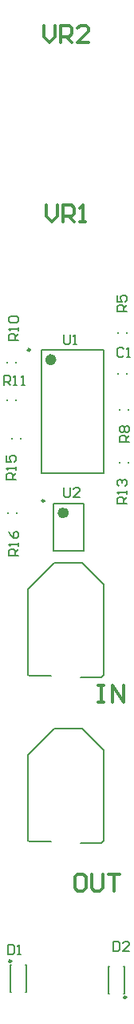
<source format=gto>
G04 Layer_Color=65535*
%FSLAX25Y25*%
%MOIN*%
G70*
G01*
G75*
%ADD17C,0.00800*%
%ADD29C,0.00984*%
%ADD30C,0.02362*%
%ADD31C,0.00787*%
%ADD32C,0.01300*%
D17*
X33000Y155000D02*
X41500D01*
X42500Y156000D01*
Y193500D01*
X33500Y202500D02*
X42500Y193500D01*
X22000Y202500D02*
X33500D01*
X11000Y191500D02*
X22000Y202500D01*
X11000Y156000D02*
Y191500D01*
Y156000D02*
X11500Y155500D01*
X20500D01*
X33000Y86000D02*
X41500D01*
X42500Y87000D01*
Y124500D01*
X33500Y133500D02*
X42500Y124500D01*
X22000Y133500D02*
X33500D01*
X11000Y122500D02*
X22000Y133500D01*
X11000Y87000D02*
Y122500D01*
Y87000D02*
X11500Y86500D01*
X20500D01*
X26000Y297499D02*
Y294166D01*
X26666Y293500D01*
X27999D01*
X28666Y294166D01*
Y297499D01*
X29999Y293500D02*
X31332D01*
X30665D01*
Y297499D01*
X29999Y296832D01*
X2500Y43499D02*
Y39500D01*
X4499D01*
X5166Y40166D01*
Y42832D01*
X4499Y43499D01*
X2500D01*
X6499Y39500D02*
X7832D01*
X7165D01*
Y43499D01*
X6499Y42832D01*
X26000Y233999D02*
Y230666D01*
X26666Y230000D01*
X27999D01*
X28666Y230666D01*
Y233999D01*
X32664Y230000D02*
X29999D01*
X32664Y232666D01*
Y233332D01*
X31998Y233999D01*
X30665D01*
X29999Y233332D01*
X6890Y205709D02*
X2891D01*
Y207708D01*
X3557Y208375D01*
X4890D01*
X5557Y207708D01*
Y205709D01*
Y207042D02*
X6890Y208375D01*
Y209707D02*
Y211040D01*
Y210374D01*
X2891D01*
X3557Y209707D01*
X2891Y215705D02*
X3557Y214372D01*
X4890Y213040D01*
X6223D01*
X6890Y213706D01*
Y215039D01*
X6223Y215705D01*
X5557D01*
X4890Y215039D01*
Y213040D01*
X5906Y237205D02*
X1907D01*
Y239204D01*
X2573Y239871D01*
X3906D01*
X4573Y239204D01*
Y237205D01*
Y238538D02*
X5906Y239871D01*
Y241203D02*
Y242536D01*
Y241870D01*
X1907D01*
X2573Y241203D01*
X1907Y247201D02*
Y244536D01*
X3906D01*
X3240Y245869D01*
Y246535D01*
X3906Y247201D01*
X5239D01*
X5906Y246535D01*
Y245202D01*
X5239Y244536D01*
X52165Y227362D02*
X48167D01*
Y229362D01*
X48833Y230028D01*
X50166D01*
X50832Y229362D01*
Y227362D01*
Y228695D02*
X52165Y230028D01*
Y231361D02*
Y232694D01*
Y232027D01*
X48167D01*
X48833Y231361D01*
Y234693D02*
X48167Y235360D01*
Y236693D01*
X48833Y237359D01*
X49499D01*
X50166Y236693D01*
Y236026D01*
Y236693D01*
X50832Y237359D01*
X51499D01*
X52165Y236693D01*
Y235360D01*
X51499Y234693D01*
X984Y276575D02*
Y280574D01*
X2984D01*
X3650Y279907D01*
Y278574D01*
X2984Y277908D01*
X984D01*
X2317D02*
X3650Y276575D01*
X4983D02*
X6316D01*
X5649D01*
Y280574D01*
X4983Y279907D01*
X8315Y276575D02*
X9648D01*
X8982D01*
Y280574D01*
X8315Y279907D01*
X6890Y295276D02*
X2891D01*
Y297275D01*
X3557Y297941D01*
X4890D01*
X5557Y297275D01*
Y295276D01*
Y296608D02*
X6890Y297941D01*
Y299274D02*
Y300607D01*
Y299941D01*
X2891D01*
X3557Y299274D01*
Y302607D02*
X2891Y303273D01*
Y304606D01*
X3557Y305272D01*
X6223D01*
X6890Y304606D01*
Y303273D01*
X6223Y302607D01*
X3557D01*
X53150Y252953D02*
X49151D01*
Y254952D01*
X49817Y255619D01*
X51150D01*
X51817Y254952D01*
Y252953D01*
Y254286D02*
X53150Y255619D01*
X49817Y256951D02*
X49151Y257618D01*
Y258951D01*
X49817Y259617D01*
X50484D01*
X51150Y258951D01*
X51817Y259617D01*
X52483D01*
X53150Y258951D01*
Y257618D01*
X52483Y256951D01*
X51817D01*
X51150Y257618D01*
X50484Y256951D01*
X49817D01*
X51150Y257618D02*
Y258951D01*
X52165Y307087D02*
X48167D01*
Y309086D01*
X48833Y309752D01*
X50166D01*
X50832Y309086D01*
Y307087D01*
Y308419D02*
X52165Y309752D01*
X48167Y313751D02*
Y311085D01*
X50166D01*
X49499Y312418D01*
Y313085D01*
X50166Y313751D01*
X51499D01*
X52165Y313085D01*
Y311752D01*
X51499Y311085D01*
X46500Y44999D02*
Y41000D01*
X48499D01*
X49166Y41666D01*
Y44332D01*
X48499Y44999D01*
X46500D01*
X53164Y41000D02*
X50499D01*
X53164Y43666D01*
Y44332D01*
X52498Y44999D01*
X51165D01*
X50499Y44332D01*
X50894Y291718D02*
X50228Y292385D01*
X48895D01*
X48228Y291718D01*
Y289052D01*
X48895Y288386D01*
X50228D01*
X50894Y289052D01*
X52227Y288386D02*
X53560D01*
X52894D01*
Y292385D01*
X52227Y291718D01*
D29*
X11784Y291248D02*
G03*
X11784Y291248I-492J0D01*
G01*
X3949Y36783D02*
G03*
X3949Y36783I-492J0D01*
G01*
X17764Y228346D02*
G03*
X17764Y228346I-492J0D01*
G01*
X52035Y21716D02*
G03*
X52035Y21716I-492J0D01*
G01*
D30*
X21626Y287154D02*
G03*
X21626Y287154I-1181J0D01*
G01*
X26819Y223406D02*
G03*
X26819Y223406I-1181J0D01*
G01*
D31*
X16508Y239910D02*
Y291090D01*
X42492Y239910D02*
Y291090D01*
X16508D02*
X42492D01*
X16508Y239910D02*
X42492D01*
X3653Y23890D02*
Y35110D01*
X10346Y23890D02*
Y35110D01*
X3653D02*
X4047D01*
X3653Y23890D02*
X4047D01*
X9953Y35110D02*
X10346D01*
X9953Y23890D02*
X10346D01*
X21701Y207658D02*
X34299D01*
X21701Y227343D02*
X34299D01*
Y207658D02*
Y227343D01*
X21701Y207658D02*
Y227343D01*
X6272Y223303D02*
Y223697D01*
X2728Y223303D02*
Y223697D01*
X4228Y254303D02*
Y254697D01*
X7772Y254303D02*
Y254697D01*
X52772Y244303D02*
Y244697D01*
X49228Y244303D02*
Y244697D01*
X5772Y270303D02*
Y270697D01*
X2228Y270303D02*
Y270697D01*
X5772Y285803D02*
Y286197D01*
X2228Y285803D02*
Y286197D01*
X49228Y266303D02*
Y266697D01*
X52772Y266303D02*
Y266697D01*
X48728Y298303D02*
Y298697D01*
X52272Y298303D02*
Y298697D01*
X51346Y23390D02*
Y34610D01*
X44653Y23390D02*
Y34610D01*
X50953Y23390D02*
X51346D01*
X50953Y34610D02*
X51346D01*
X44653Y23390D02*
X45047D01*
X44653Y34610D02*
X45047D01*
X48728Y281303D02*
Y281697D01*
X52272Y281303D02*
Y281697D01*
D32*
X40354Y151683D02*
X42687D01*
X41521D01*
Y144685D01*
X40354D01*
X42687D01*
X46186D02*
Y151683D01*
X50851Y144685D01*
Y151683D01*
X18701Y351486D02*
Y346821D01*
X21033Y344488D01*
X23366Y346821D01*
Y351486D01*
X25699Y344488D02*
Y351486D01*
X29197D01*
X30364Y350320D01*
Y347987D01*
X29197Y346821D01*
X25699D01*
X28031D02*
X30364Y344488D01*
X32696D02*
X35029D01*
X33863D01*
Y351486D01*
X32696Y350320D01*
X17717Y426289D02*
Y421624D01*
X20049Y419291D01*
X22382Y421624D01*
Y426289D01*
X24714Y419291D02*
Y426289D01*
X28213D01*
X29379Y425123D01*
Y422790D01*
X28213Y421624D01*
X24714D01*
X27047D02*
X29379Y419291D01*
X36377D02*
X31712D01*
X36377Y423956D01*
Y425123D01*
X35211Y426289D01*
X32878D01*
X31712Y425123D01*
X34011Y72943D02*
X31678D01*
X30512Y71776D01*
Y67111D01*
X31678Y65945D01*
X34011D01*
X35177Y67111D01*
Y71776D01*
X34011Y72943D01*
X37510D02*
Y67111D01*
X38676Y65945D01*
X41008D01*
X42175Y67111D01*
Y72943D01*
X44507D02*
X49172D01*
X46840D01*
Y65945D01*
M02*

</source>
